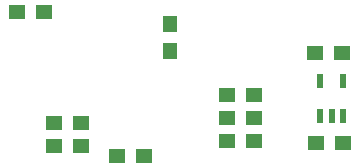
<source format=gbr>
%FSLAX23Y23*%
%MOMM*%
G04 EasyPC Gerber Version 16.0.6 Build 3249 *
%ADD81R,0.59840X1.19840*%
%ADD80R,1.29540X1.42240*%
%ADD79R,1.42240X1.29540*%
X0Y0D02*
D02*
D79*
X15720Y32137D03*
X18007D03*
X18870Y20787D03*
Y22737D03*
X21157Y20787D03*
Y22737D03*
X24221Y19887D03*
X26507D03*
X33471Y21187D03*
Y23137D03*
Y25087D03*
X35757Y21187D03*
Y23137D03*
Y25087D03*
X40921Y28637D03*
X41021Y21037D03*
X43207Y28637D03*
X43307Y21037D03*
D02*
D80*
X28714Y28844D03*
Y31130D03*
D02*
D81*
X41414Y23337D03*
Y26237D03*
X42364Y23337D03*
X43314D03*
Y26237D03*
X0Y0D02*
M02*

</source>
